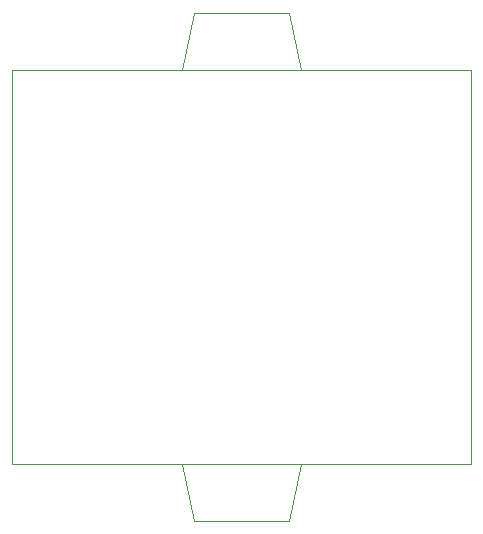
<source format=gbr>
G04 (created by PCBNEW (2013-jul-07)-stable) date su 14. joulukuuta 2014 12.55.15*
%MOIN*%
G04 Gerber Fmt 3.4, Leading zero omitted, Abs format*
%FSLAX34Y34*%
G01*
G70*
G90*
G04 APERTURE LIST*
%ADD10C,0.000787402*%
%ADD11C,0.0019685*%
G04 APERTURE END LIST*
G54D10*
G54D11*
X79035Y-44291D02*
X78641Y-42401D01*
X82185Y-44291D02*
X79035Y-44291D01*
X82578Y-42401D02*
X82185Y-44291D01*
X79035Y-27362D02*
X78641Y-29251D01*
X82185Y-27362D02*
X79035Y-27362D01*
X82578Y-29251D02*
X82185Y-27362D01*
X72952Y-42401D02*
X72952Y-29251D01*
X88267Y-42401D02*
X72952Y-42401D01*
X88267Y-29251D02*
X88267Y-42401D01*
X72952Y-29251D02*
X88267Y-29251D01*
M02*

</source>
